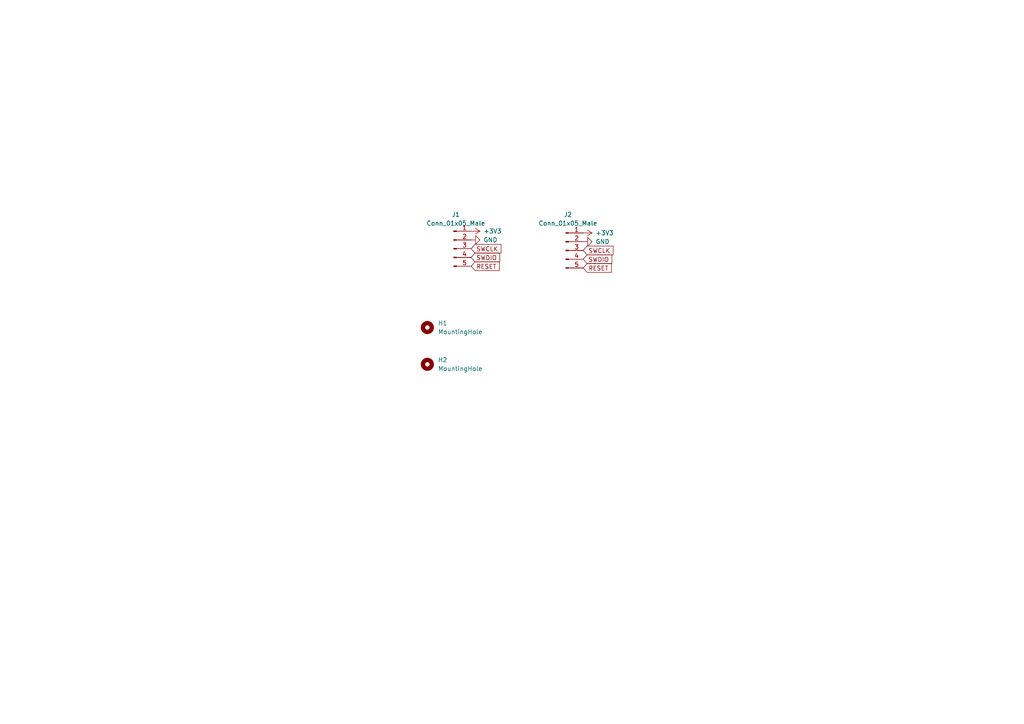
<source format=kicad_sch>
(kicad_sch (version 20211123) (generator eeschema)
  (paper "A4")
  (lib_symbols
    (symbol "Connector:Conn_01x05_Male" (pin_names (offset 1.016) hide)
      (property "Reference" "J" (at 0 7.62 0))
      (property "Value" "Conn_01x05_Male" (at 0 -7.62 0))
      (symbol "Conn_01x05_Male_1_1"
        (polyline (pts (xy 1.27 -5.08) (xy 0.8636 -5.08)) (stroke (width 0.1524)))
        (polyline (pts (xy 1.27 -2.54) (xy 0.8636 -2.54)) (stroke (width 0.1524)))
        (polyline (pts (xy 1.27 0) (xy 0.8636 0)) (stroke (width 0.1524)))
        (polyline (pts (xy 1.27 2.54) (xy 0.8636 2.54)) (stroke (width 0.1524)))
        (polyline (pts (xy 1.27 5.08) (xy 0.8636 5.08)) (stroke (width 0.1524)))
        (rectangle (start 0.8636 -4.953) (end 0 -5.207) (stroke (width 0.1524)) (fill (type outline)))
        (rectangle (start 0.8636 -2.413) (end 0 -2.667) (stroke (width 0.1524)) (fill (type outline)))
        (rectangle (start 0.8636 0.127) (end 0 -0.127) (stroke (width 0.1524)) (fill (type outline)))
        (rectangle (start 0.8636 2.667) (end 0 2.413) (stroke (width 0.1524)) (fill (type outline)))
        (rectangle (start 0.8636 5.207) (end 0 4.953) (stroke (width 0.1524)) (fill (type outline)))
        (pin passive line (at 5.08 5.08 180) (length 3.81) (name "Pin_1") (number "1"))
        (pin passive line (at 5.08 2.54 180) (length 3.81) (name "Pin_2") (number "2"))
        (pin passive line (at 5.08 0 180) (length 3.81) (name "Pin_3") (number "3"))
        (pin passive line (at 5.08 -2.54 180) (length 3.81) (name "Pin_4") (number "4"))
        (pin passive line (at 5.08 -5.08 180) (length 3.81) (name "Pin_5") (number "5"))
      )
    )
    (symbol "Mechanical:MountingHole" (pin_names (offset 1.016))
      (property "Reference" "H" (at 0 5.08 0))
      (property "Value" "MountingHole" (at 0 3.175 0))
      (symbol "MountingHole_0_1"
        (circle (center 0 0) (radius 1.27) (stroke (width 1.27)))
      )
    )
    (symbol "power:+3.3V" (power) (pin_names (offset 0))
      (property "Value" "+3.3V" (at 0 3.556 0))
      (symbol "+3.3V_0_1"
        (polyline (pts (xy -0.762 1.27) (xy 0 2.54)))
        (polyline (pts (xy 0 0) (xy 0 2.54)))
        (polyline (pts (xy 0 2.54) (xy 0.762 1.27)))
      )
      (symbol "+3.3V_1_1"
        (pin power_in line (at 0 0 90) (length 0) hide (name "+3V3") (number "1"))
      )
    )
    (symbol "power:GND" (power) (pin_names (offset 0))
      (property "Value" "GND" (at 0 -3.81 0))
      (symbol "GND_0_1"
        (polyline (pts (xy 0 0) (xy 0 -1.27) (xy 1.27 -1.27) (xy 0 -2.54) (xy -1.27 -1.27) (xy 0 -1.27)))
      )
      (symbol "GND_1_1"
        (pin power_in line (at 0 0 270) (length 0) hide (name "GND") (number "1"))
      )
    )
  )
  (global_label "SWCLK" (shape input) (at 169.164 72.644 0) (property "Intersheet References" "${INTERSHEET_REFS}" (effects hide)))
  (global_label "SWDIO" (shape input) (at 169.164 75.184 0) (property "Intersheet References" "${INTERSHEET_REFS}" (effects hide)))
  (global_label "RESET" (shape input) (at 136.652 77.216 0) (property "Intersheet References" "${INTERSHEET_REFS}" (effects hide)))
  (global_label "RESET" (shape input) (at 169.164 77.724 0) (property "Intersheet References" "${INTERSHEET_REFS}" (effects hide)))
  (global_label "SWDIO" (shape input) (at 136.652 74.676 0) (property "Intersheet References" "${INTERSHEET_REFS}" (effects hide)))
  (global_label "SWCLK" (shape input) (at 136.652 72.136 0) (property "Intersheet References" "${INTERSHEET_REFS}" (effects hide)))
  (symbol (lib_id "Connector:Conn_01x05_Male") (at 164.084 72.644 0) (unit 1)
    (property "Reference" "J2" (at 164.719 62.23 0))
    (property "Value" "Conn_01x05_Male" (at 164.719 64.77 0))
    (property "Footprint" "Connector_JST:JST_SH_BM05B-SRSS-TB_1x05-1MP_P1.00mm_Vertical" (effects hide))
  )
  (symbol (lib_id "power:GND") (at 169.164 70.104 90) (unit 1)
    (property "Reference" "#PWR04" (effects hide))
    (property "Value" "GND" (at 172.72 70.1039 90) (effects (justify right)))
  )
  (symbol (lib_id "Mechanical:MountingHole") (at 123.952 105.664 0) (unit 1)
    (property "Reference" "H2" (at 127 104.3939 0) (effects (justify left)))
    (property "Value" "MountingHole" (at 127 106.9339 0) (effects (justify left)))
    (property "Footprint" "MountingHole:MountingHole_2.5mm" (effects hide))
  )
  (symbol (lib_id "power:GND") (at 136.652 69.596 90) (unit 1)
    (property "Reference" "#PWR02" (effects hide))
    (property "Value" "GND" (at 140.208 69.5959 90) (effects (justify right)))
  )
  (symbol (lib_id "Mechanical:MountingHole") (at 123.952 94.996 0) (unit 1)
    (property "Reference" "H1" (at 127 93.7259 0) (effects (justify left)))
    (property "Value" "MountingHole" (at 127 96.2659 0) (effects (justify left)))
    (property "Footprint" "MountingHole:MountingHole_2.5mm" (effects hide))
  )
  (symbol (lib_id "Connector:Conn_01x05_Male") (at 131.572 72.136 0) (unit 1)
    (property "Reference" "J1" (at 132.207 62.23 0))
    (property "Value" "Conn_01x05_Male" (at 132.207 64.77 0))
    (property "Footprint" "Connector_JST:JST_SH_BM05B-SRSS-TB_1x05-1MP_P1.00mm_Vertical" (effects hide))
  )
  (symbol (lib_id "power:+3.3V") (at 169.164 67.564 270) (unit 1)
    (property "Reference" "#PWR03" (effects hide))
    (property "Value" "+3.3V" (at 172.72 67.5639 90) (effects (justify left)))
  )
  (symbol (lib_id "power:+3.3V") (at 136.652 67.056 270) (unit 1)
    (property "Reference" "#PWR01" (effects hide))
    (property "Value" "+3.3V" (at 140.208 67.0559 90) (effects (justify left)))
  )
)
</source>
